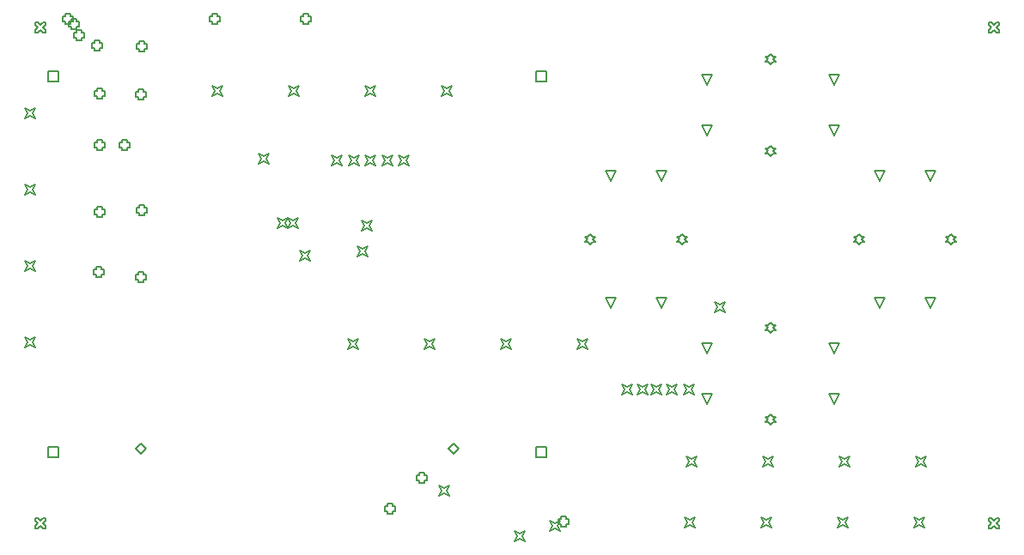
<source format=gbr>
%TF.GenerationSoftware,Altium Limited,Altium Designer,22.5.1 (42)*%
G04 Layer_Color=2752767*
%FSLAX45Y45*%
%MOMM*%
%TF.SameCoordinates,ADDB7551-072C-4BAF-947E-D85C9ED3ECA7*%
%TF.FilePolarity,Positive*%
%TF.FileFunction,Drawing*%
%TF.Part,Single*%
G01*
G75*
%TA.AperFunction,NonConductor*%
%ADD32C,0.12700*%
D32*
X4325900Y1037737D02*
X4376700Y1088537D01*
X4427500Y1037737D01*
X4376700Y986937D01*
X4325900Y1037737D01*
X5190900Y951937D02*
Y1053537D01*
X5292500D01*
Y951937D01*
X5190900D01*
Y4661937D02*
Y4763537D01*
X5292500D01*
Y4661937D01*
X5190900D01*
X380900Y951937D02*
Y1053537D01*
X482500D01*
Y951937D01*
X380900D01*
X1245900Y1037737D02*
X1296700Y1088537D01*
X1347500Y1037737D01*
X1296700Y986937D01*
X1245900Y1037737D01*
X380900Y4661937D02*
Y4763537D01*
X482500D01*
Y4661937D01*
X380900D01*
X6874600Y1979800D02*
X6823800Y2081400D01*
X6925400D01*
X6874600Y1979800D01*
Y1479800D02*
X6823800Y1581400D01*
X6925400D01*
X6874600Y1479800D01*
X8124600D02*
X8073800Y1581400D01*
X8175400D01*
X8124600Y1479800D01*
Y1979800D02*
X8073800Y2081400D01*
X8175400D01*
X8124600Y1979800D01*
X7499600Y2179800D02*
X7525000Y2205200D01*
X7550400D01*
X7525000Y2230600D01*
X7550400Y2256000D01*
X7525000D01*
X7499600Y2281400D01*
X7474200Y2256000D01*
X7448800D01*
X7474200Y2230600D01*
X7448800Y2205200D01*
X7474200D01*
X7499600Y2179800D01*
Y1279800D02*
X7525000Y1305200D01*
X7550400D01*
X7525000Y1330600D01*
X7550400Y1356000D01*
X7525000D01*
X7499600Y1381400D01*
X7474200Y1356000D01*
X7448800D01*
X7474200Y1330600D01*
X7448800Y1305200D01*
X7474200D01*
X7499600Y1279800D01*
X5924600Y2429800D02*
X5873800Y2531400D01*
X5975400D01*
X5924600Y2429800D01*
X6424600D02*
X6373800Y2531400D01*
X6475400D01*
X6424600Y2429800D01*
Y3679800D02*
X6373800Y3781400D01*
X6475400D01*
X6424600Y3679800D01*
X5924600D02*
X5873800Y3781400D01*
X5975400D01*
X5924600Y3679800D01*
X5724600Y3054800D02*
X5750000Y3080200D01*
X5775400D01*
X5750000Y3105600D01*
X5775400Y3131000D01*
X5750000D01*
X5724600Y3156400D01*
X5699200Y3131000D01*
X5673800D01*
X5699200Y3105600D01*
X5673800Y3080200D01*
X5699200D01*
X5724600Y3054800D01*
X6624600D02*
X6650000Y3080200D01*
X6675400D01*
X6650000Y3105600D01*
X6675400Y3131000D01*
X6650000D01*
X6624600Y3156400D01*
X6599200Y3131000D01*
X6573800D01*
X6599200Y3105600D01*
X6573800Y3080200D01*
X6599200D01*
X6624600Y3054800D01*
X8574600Y2429800D02*
X8523800Y2531400D01*
X8625400D01*
X8574600Y2429800D01*
X9074600D02*
X9023800Y2531400D01*
X9125400D01*
X9074600Y2429800D01*
Y3679800D02*
X9023800Y3781400D01*
X9125400D01*
X9074600Y3679800D01*
X8574600D02*
X8523800Y3781400D01*
X8625400D01*
X8574600Y3679800D01*
X8374600Y3054800D02*
X8400000Y3080200D01*
X8425400D01*
X8400000Y3105600D01*
X8425400Y3131000D01*
X8400000D01*
X8374600Y3156400D01*
X8349200Y3131000D01*
X8323800D01*
X8349200Y3105600D01*
X8323800Y3080200D01*
X8349200D01*
X8374600Y3054800D01*
X9274600D02*
X9300000Y3080200D01*
X9325400D01*
X9300000Y3105600D01*
X9325400Y3131000D01*
X9300000D01*
X9274600Y3156400D01*
X9249200Y3131000D01*
X9223800D01*
X9249200Y3105600D01*
X9223800Y3080200D01*
X9249200D01*
X9274600Y3054800D01*
X6874600Y4629800D02*
X6823800Y4731400D01*
X6925400D01*
X6874600Y4629800D01*
Y4129800D02*
X6823800Y4231400D01*
X6925400D01*
X6874600Y4129800D01*
X8124600D02*
X8073800Y4231400D01*
X8175400D01*
X8124600Y4129800D01*
Y4629800D02*
X8073800Y4731400D01*
X8175400D01*
X8124600Y4629800D01*
X7499600Y4829800D02*
X7525000Y4855200D01*
X7550400D01*
X7525000Y4880600D01*
X7550400Y4906000D01*
X7525000D01*
X7499600Y4931400D01*
X7474200Y4906000D01*
X7448800D01*
X7474200Y4880600D01*
X7448800Y4855200D01*
X7474200D01*
X7499600Y4829800D01*
Y3929800D02*
X7525000Y3955200D01*
X7550400D01*
X7525000Y3980600D01*
X7550400Y4006000D01*
X7525000D01*
X7499600Y4031400D01*
X7474200Y4006000D01*
X7448800D01*
X7474200Y3980600D01*
X7448800Y3955200D01*
X7474200D01*
X7499600Y3929800D01*
X249200Y249200D02*
X274600D01*
X300000Y274600D01*
X325400Y249200D01*
X350800D01*
Y274600D01*
X325400Y300000D01*
X350800Y325400D01*
Y350800D01*
X325400D01*
X300000Y325400D01*
X274600Y350800D01*
X249200D01*
Y325400D01*
X274600Y300000D01*
X249200Y274600D01*
Y249200D01*
X9649200D02*
X9674600D01*
X9700000Y274600D01*
X9725400Y249200D01*
X9750800D01*
Y274600D01*
X9725400Y300000D01*
X9750800Y325400D01*
Y350800D01*
X9725400D01*
X9700000Y325400D01*
X9674600Y350800D01*
X9649200D01*
Y325400D01*
X9674600Y300000D01*
X9649200Y274600D01*
Y249200D01*
Y5149200D02*
X9674600D01*
X9700000Y5174600D01*
X9725400Y5149200D01*
X9750800D01*
Y5174600D01*
X9725400Y5200000D01*
X9750800Y5225400D01*
Y5250800D01*
X9725400D01*
X9700000Y5225400D01*
X9674600Y5250800D01*
X9649200D01*
Y5225400D01*
X9674600Y5200000D01*
X9649200Y5174600D01*
Y5149200D01*
X249200D02*
X274600D01*
X300000Y5174600D01*
X325400Y5149200D01*
X350800D01*
Y5174600D01*
X325400Y5200000D01*
X350800Y5225400D01*
Y5250800D01*
X325400D01*
X300000Y5225400D01*
X274600Y5250800D01*
X249200D01*
Y5225400D01*
X274600Y5200000D01*
X249200Y5174600D01*
Y5149200D01*
X152400Y2036234D02*
X177800Y2087034D01*
X152400Y2137834D01*
X203200Y2112434D01*
X254000Y2137834D01*
X228600Y2087034D01*
X254000Y2036234D01*
X203200Y2061634D01*
X152400Y2036234D01*
Y2789767D02*
X177800Y2840567D01*
X152400Y2891367D01*
X203200Y2865967D01*
X254000Y2891367D01*
X228600Y2840567D01*
X254000Y2789767D01*
X203200Y2815167D01*
X152400Y2789767D01*
Y3543300D02*
X177800Y3594100D01*
X152400Y3644900D01*
X203200Y3619500D01*
X254000Y3644900D01*
X228600Y3594100D01*
X254000Y3543300D01*
X203200Y3568700D01*
X152400Y3543300D01*
Y4296833D02*
X177800Y4347633D01*
X152400Y4398433D01*
X203200Y4373033D01*
X254000Y4398433D01*
X228600Y4347633D01*
X254000Y4296833D01*
X203200Y4322233D01*
X152400Y4296833D01*
X1998134Y4521200D02*
X2023534Y4572000D01*
X1998134Y4622800D01*
X2048934Y4597400D01*
X2099734Y4622800D01*
X2074334Y4572000D01*
X2099734Y4521200D01*
X2048934Y4546600D01*
X1998134Y4521200D01*
X2751667D02*
X2777067Y4572000D01*
X2751667Y4622800D01*
X2802467Y4597400D01*
X2853267Y4622800D01*
X2827867Y4572000D01*
X2853267Y4521200D01*
X2802467Y4546600D01*
X2751667Y4521200D01*
X3505200D02*
X3530600Y4572000D01*
X3505200Y4622800D01*
X3556000Y4597400D01*
X3606800Y4622800D01*
X3581400Y4572000D01*
X3606800Y4521200D01*
X3556000Y4546600D01*
X3505200Y4521200D01*
X4258733D02*
X4284133Y4572000D01*
X4258733Y4622800D01*
X4309533Y4597400D01*
X4360333Y4622800D01*
X4334933Y4572000D01*
X4360333Y4521200D01*
X4309533Y4546600D01*
X4258733Y4521200D01*
X3331634Y2019300D02*
X3357034Y2070100D01*
X3331634Y2120900D01*
X3382434Y2095500D01*
X3433234Y2120900D01*
X3407834Y2070100D01*
X3433234Y2019300D01*
X3382434Y2044700D01*
X3331634Y2019300D01*
X4085167D02*
X4110567Y2070100D01*
X4085167Y2120900D01*
X4135967Y2095500D01*
X4186767Y2120900D01*
X4161367Y2070100D01*
X4186767Y2019300D01*
X4135967Y2044700D01*
X4085167Y2019300D01*
X4838700D02*
X4864100Y2070100D01*
X4838700Y2120900D01*
X4889500Y2095500D01*
X4940300Y2120900D01*
X4914900Y2070100D01*
X4940300Y2019300D01*
X4889500Y2044700D01*
X4838700Y2019300D01*
X5592233D02*
X5617633Y2070100D01*
X5592233Y2120900D01*
X5643033Y2095500D01*
X5693833Y2120900D01*
X5668433Y2070100D01*
X5693833Y2019300D01*
X5643033Y2044700D01*
X5592233Y2019300D01*
X6671734Y863600D02*
X6697134Y914400D01*
X6671734Y965200D01*
X6722534Y939800D01*
X6773334Y965200D01*
X6747934Y914400D01*
X6773334Y863600D01*
X6722534Y889000D01*
X6671734Y863600D01*
X7425267D02*
X7450667Y914400D01*
X7425267Y965200D01*
X7476067Y939800D01*
X7526867Y965200D01*
X7501467Y914400D01*
X7526867Y863600D01*
X7476067Y889000D01*
X7425267Y863600D01*
X8178800D02*
X8204200Y914400D01*
X8178800Y965200D01*
X8229600Y939800D01*
X8280400Y965200D01*
X8255000Y914400D01*
X8280400Y863600D01*
X8229600Y889000D01*
X8178800Y863600D01*
X8932333D02*
X8957733Y914400D01*
X8932333Y965200D01*
X8983133Y939800D01*
X9033933Y965200D01*
X9008533Y914400D01*
X9033933Y863600D01*
X8983133Y889000D01*
X8932333Y863600D01*
X8911921Y263232D02*
X8937321Y314032D01*
X8911921Y364832D01*
X8962721Y339432D01*
X9013521Y364832D01*
X8988121Y314032D01*
X9013521Y263232D01*
X8962721Y288632D01*
X8911921Y263232D01*
X8158388D02*
X8183788Y314032D01*
X8158388Y364832D01*
X8209188Y339432D01*
X8259988Y364832D01*
X8234588Y314032D01*
X8259988Y263232D01*
X8209188Y288632D01*
X8158388Y263232D01*
X7404854D02*
X7430254Y314032D01*
X7404854Y364832D01*
X7455654Y339432D01*
X7506454Y364832D01*
X7481054Y314032D01*
X7506454Y263232D01*
X7455654Y288632D01*
X7404854Y263232D01*
X6651321D02*
X6676721Y314032D01*
X6651321Y364832D01*
X6702121Y339432D01*
X6752921Y364832D01*
X6727521Y314032D01*
X6752921Y263232D01*
X6702121Y288632D01*
X6651321Y263232D01*
X6946900Y2387600D02*
X6972300Y2438400D01*
X6946900Y2489200D01*
X6997700Y2463800D01*
X7048500Y2489200D01*
X7023100Y2438400D01*
X7048500Y2387600D01*
X6997700Y2413000D01*
X6946900Y2387600D01*
X1107693Y4010407D02*
Y3985007D01*
X1158493D01*
Y4010407D01*
X1183893D01*
Y4061207D01*
X1158493D01*
Y4086607D01*
X1107693D01*
Y4061207D01*
X1082293D01*
Y4010407D01*
X1107693D01*
X1275699Y4981451D02*
Y4956051D01*
X1326499D01*
Y4981451D01*
X1351899D01*
Y5032251D01*
X1326499D01*
Y5057651D01*
X1275699D01*
Y5032251D01*
X1250299D01*
Y4981451D01*
X1275699D01*
X1279907Y3368293D02*
Y3342893D01*
X1330707D01*
Y3368293D01*
X1356107D01*
Y3419093D01*
X1330707D01*
Y3444493D01*
X1279907D01*
Y3419093D01*
X1254507D01*
Y3368293D01*
X1279907D01*
X4038600Y723900D02*
Y698500D01*
X4089400D01*
Y723900D01*
X4114800D01*
Y774700D01*
X4089400D01*
Y800100D01*
X4038600D01*
Y774700D01*
X4013200D01*
Y723900D01*
X4038600D01*
X5435600Y292100D02*
Y266700D01*
X5486400D01*
Y292100D01*
X5511800D01*
Y342900D01*
X5486400D01*
Y368300D01*
X5435600D01*
Y342900D01*
X5410200D01*
Y292100D01*
X5435600D01*
X1270000Y2705100D02*
Y2679700D01*
X1320800D01*
Y2705100D01*
X1346200D01*
Y2755900D01*
X1320800D01*
Y2781300D01*
X1270000D01*
Y2755900D01*
X1244600D01*
Y2705100D01*
X1270000D01*
X838200Y4991100D02*
Y4965700D01*
X889000D01*
Y4991100D01*
X914400D01*
Y5041900D01*
X889000D01*
Y5067300D01*
X838200D01*
Y5041900D01*
X812800D01*
Y4991100D01*
X838200D01*
X1267207Y4511293D02*
Y4485893D01*
X1318007D01*
Y4511293D01*
X1343407D01*
Y4562093D01*
X1318007D01*
Y4587493D01*
X1267207D01*
Y4562093D01*
X1241807D01*
Y4511293D01*
X1267207D01*
X863600Y4521200D02*
Y4495800D01*
X914400D01*
Y4521200D01*
X939800D01*
Y4572000D01*
X914400D01*
Y4597400D01*
X863600D01*
Y4572000D01*
X838200D01*
Y4521200D01*
X863600D01*
X3721100Y419100D02*
Y393700D01*
X3771900D01*
Y419100D01*
X3797300D01*
Y469900D01*
X3771900D01*
Y495300D01*
X3721100D01*
Y469900D01*
X3695700D01*
Y419100D01*
X3721100D01*
X850900Y2755900D02*
Y2730500D01*
X901700D01*
Y2755900D01*
X927100D01*
Y2806700D01*
X901700D01*
Y2832100D01*
X850900D01*
Y2806700D01*
X825500D01*
Y2755900D01*
X850900D01*
X5321300Y228600D02*
X5346700Y279400D01*
X5321300Y330200D01*
X5372100Y304800D01*
X5422900Y330200D01*
X5397500Y279400D01*
X5422900Y228600D01*
X5372100Y254000D01*
X5321300Y228600D01*
X4978400Y127000D02*
X5003800Y177800D01*
X4978400Y228600D01*
X5029200Y203200D01*
X5080000Y228600D01*
X5054600Y177800D01*
X5080000Y127000D01*
X5029200Y152400D01*
X4978400Y127000D01*
X6477000Y1574800D02*
X6502400Y1625600D01*
X6477000Y1676400D01*
X6527800Y1651000D01*
X6578600Y1676400D01*
X6553200Y1625600D01*
X6578600Y1574800D01*
X6527800Y1600200D01*
X6477000Y1574800D01*
X6184900D02*
X6210300Y1625600D01*
X6184900Y1676400D01*
X6235700Y1651000D01*
X6286500Y1676400D01*
X6261100Y1625600D01*
X6286500Y1574800D01*
X6235700Y1600200D01*
X6184900Y1574800D01*
X6324600D02*
X6350000Y1625600D01*
X6324600Y1676400D01*
X6375400Y1651000D01*
X6426200Y1676400D01*
X6400800Y1625600D01*
X6426200Y1574800D01*
X6375400Y1600200D01*
X6324600Y1574800D01*
X6032500D02*
X6057900Y1625600D01*
X6032500Y1676400D01*
X6083300Y1651000D01*
X6134100Y1676400D01*
X6108700Y1625600D01*
X6134100Y1574800D01*
X6083300Y1600200D01*
X6032500Y1574800D01*
X6642100D02*
X6667500Y1625600D01*
X6642100Y1676400D01*
X6692900Y1651000D01*
X6743700Y1676400D01*
X6718300Y1625600D01*
X6743700Y1574800D01*
X6692900Y1600200D01*
X6642100Y1574800D01*
X4229100Y571500D02*
X4254500Y622300D01*
X4229100Y673100D01*
X4279900Y647700D01*
X4330700Y673100D01*
X4305300Y622300D01*
X4330700Y571500D01*
X4279900Y596900D01*
X4229100Y571500D01*
X2641600Y3213100D02*
X2667000Y3263900D01*
X2641600Y3314700D01*
X2692400Y3289300D01*
X2743200Y3314700D01*
X2717800Y3263900D01*
X2743200Y3213100D01*
X2692400Y3238500D01*
X2641600Y3213100D01*
X2743200D02*
X2768600Y3263900D01*
X2743200Y3314700D01*
X2794000Y3289300D01*
X2844800Y3314700D01*
X2819400Y3263900D01*
X2844800Y3213100D01*
X2794000Y3238500D01*
X2743200Y3213100D01*
X1996804Y5253185D02*
Y5227785D01*
X2047604D01*
Y5253185D01*
X2073004D01*
Y5303985D01*
X2047604D01*
Y5329385D01*
X1996804D01*
Y5303985D01*
X1971404D01*
Y5253185D01*
X1996804D01*
X2895600Y5257800D02*
Y5232400D01*
X2946400D01*
Y5257800D01*
X2971800D01*
Y5308600D01*
X2946400D01*
Y5334000D01*
X2895600D01*
Y5308600D01*
X2870200D01*
Y5257800D01*
X2895600D01*
X863600Y3352800D02*
Y3327400D01*
X914400D01*
Y3352800D01*
X939800D01*
Y3403600D01*
X914400D01*
Y3429000D01*
X863600D01*
Y3403600D01*
X838200D01*
Y3352800D01*
X863600D01*
Y4013200D02*
Y3987800D01*
X914400D01*
Y4013200D01*
X939800D01*
Y4064000D01*
X914400D01*
Y4089400D01*
X863600D01*
Y4064000D01*
X838200D01*
Y4013200D01*
X863600D01*
X660400Y5092700D02*
Y5067300D01*
X711200D01*
Y5092700D01*
X736600D01*
Y5143500D01*
X711200D01*
Y5168900D01*
X660400D01*
Y5143500D01*
X635000D01*
Y5092700D01*
X660400D01*
X609600Y5207000D02*
Y5181600D01*
X660400D01*
Y5207000D01*
X685800D01*
Y5257800D01*
X660400D01*
Y5283200D01*
X609600D01*
Y5257800D01*
X584200D01*
Y5207000D01*
X609600D01*
X546100Y5257800D02*
Y5232400D01*
X596900D01*
Y5257800D01*
X622300D01*
Y5308600D01*
X596900D01*
Y5334000D01*
X546100D01*
Y5308600D01*
X520700D01*
Y5257800D01*
X546100D01*
X3427509Y2935191D02*
X3452909Y2985991D01*
X3427509Y3036791D01*
X3478309Y3011391D01*
X3529109Y3036791D01*
X3503709Y2985991D01*
X3529109Y2935191D01*
X3478309Y2960591D01*
X3427509Y2935191D01*
X3835400Y3835400D02*
X3860800Y3886200D01*
X3835400Y3937000D01*
X3886200Y3911600D01*
X3937000Y3937000D01*
X3911600Y3886200D01*
X3937000Y3835400D01*
X3886200Y3860800D01*
X3835400Y3835400D01*
X3340100D02*
X3365500Y3886200D01*
X3340100Y3937000D01*
X3390900Y3911600D01*
X3441700Y3937000D01*
X3416300Y3886200D01*
X3441700Y3835400D01*
X3390900Y3860800D01*
X3340100Y3835400D01*
X3175000D02*
X3200400Y3886200D01*
X3175000Y3937000D01*
X3225800Y3911600D01*
X3276600Y3937000D01*
X3251200Y3886200D01*
X3276600Y3835400D01*
X3225800Y3860800D01*
X3175000Y3835400D01*
X2857500Y2895600D02*
X2882900Y2946400D01*
X2857500Y2997200D01*
X2908300Y2971800D01*
X2959100Y2997200D01*
X2933700Y2946400D01*
X2959100Y2895600D01*
X2908300Y2921000D01*
X2857500Y2895600D01*
X3467100Y3187700D02*
X3492500Y3238500D01*
X3467100Y3289300D01*
X3517900Y3263900D01*
X3568700Y3289300D01*
X3543300Y3238500D01*
X3568700Y3187700D01*
X3517900Y3213100D01*
X3467100Y3187700D01*
X3670300Y3835400D02*
X3695700Y3886200D01*
X3670300Y3937000D01*
X3721100Y3911600D01*
X3771900Y3937000D01*
X3746500Y3886200D01*
X3771900Y3835400D01*
X3721100Y3860800D01*
X3670300Y3835400D01*
X3505200D02*
X3530600Y3886200D01*
X3505200Y3937000D01*
X3556000Y3911600D01*
X3606800Y3937000D01*
X3581400Y3886200D01*
X3606800Y3835400D01*
X3556000Y3860800D01*
X3505200Y3835400D01*
X2451100Y3848100D02*
X2476500Y3898900D01*
X2451100Y3949700D01*
X2501900Y3924300D01*
X2552700Y3949700D01*
X2527300Y3898900D01*
X2552700Y3848100D01*
X2501900Y3873500D01*
X2451100Y3848100D01*
%TF.MD5,07454226f9bb2ab15217256afc1c2f9a*%
M02*

</source>
